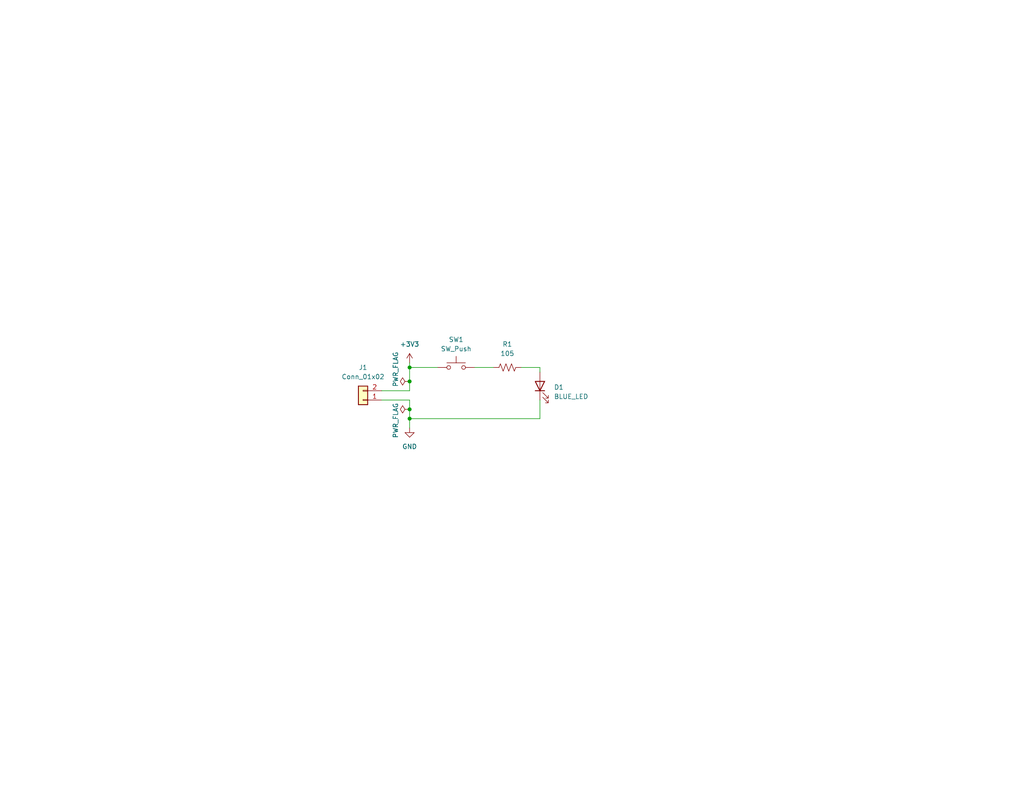
<source format=kicad_sch>
(kicad_sch (version 20231120) (generator "eeschema") (generator_version "8.0")
  (paper "USLetter")
  (title_block (title "LED Circuit") (date "2024-03-01") (rev "0.0") (company "Illini Solar Car") (comment 1 "Designed By: Jonah Sills"))
  (lib_symbols
    (symbol "Connector_Generic:Conn_01x02" (pin_names (offset 1.016) hide)
      (property "Reference" "J" (at 0 2.54 0))
      (property "Value" "Conn_01x02" (at 0 -5.08 0))
      (symbol "Conn_01x02_1_1"
        (rectangle (start -1.27 -2.413) (end 0 -2.667) (stroke (width 0.1524)))
        (rectangle (start -1.27 0.127) (end 0 -0.127) (stroke (width 0.1524)))
        (rectangle (start -1.27 1.27) (end 1.27 -3.81) (stroke (width 0.254)) (fill (type background)))
        (pin passive line (at -5.08 0 0) (length 3.81) (name "Pin_1") (number "1"))
        (pin passive line (at -5.08 -2.54 0) (length 3.81) (name "Pin_2") (number "2"))
      )
    )
    (symbol "Device:LED" (pin_numbers hide) (pin_names (offset 1.016) hide)
      (property "Reference" "D" (at 0 2.54 0))
      (property "Value" "LED" (at 0 -2.54 0))
      (symbol "LED_0_1"
        (polyline (pts (xy -1.27 -1.27) (xy -1.27 1.27)) (stroke (width 0.254)))
        (polyline (pts (xy -1.27 0) (xy 1.27 0)))
        (polyline (pts (xy 1.27 -1.27) (xy 1.27 1.27) (xy -1.27 0) (xy 1.27 -1.27)) (stroke (width 0.254)))
        (polyline (pts (xy -3.048 -0.762) (xy -4.572 -2.286) (xy -3.81 -2.286) (xy -4.572 -2.286) (xy -4.572 -1.524)))
        (polyline (pts (xy -1.778 -0.762) (xy -3.302 -2.286) (xy -2.54 -2.286) (xy -3.302 -2.286) (xy -3.302 -1.524)))
      )
      (symbol "LED_1_1"
        (pin passive line (at -3.81 0 0) (length 2.54) (name "K") (number "1"))
        (pin passive line (at 3.81 0 180) (length 2.54) (name "A") (number "2"))
      )
    )
    (symbol "Switch:SW_Push" (pin_numbers hide) (pin_names (offset 1.016) hide)
      (property "Reference" "SW" (at 1.27 2.54 0))
      (property "Value" "SW_Push" (at 0 -1.524 0))
      (symbol "SW_Push_0_1"
        (circle (center -2.032 0) (radius 0.508))
        (polyline (pts (xy 0 1.27) (xy 0 3.048)))
        (polyline (pts (xy 2.54 1.27) (xy -2.54 1.27)))
        (circle (center 2.032 0) (radius 0.508))
        (pin passive line (at -5.08 0 0) (length 2.54) (name "1") (number "1"))
        (pin passive line (at 5.08 0 180) (length 2.54) (name "2") (number "2"))
      )
    )
    (symbol "device:R_US" (pin_numbers hide) (pin_names (offset 0))
      (property "Reference" "R" (at 2.54 0 90))
      (property "Value" "R_US" (at -2.54 0 90))
      (symbol "R_US_0_1"
        (polyline (pts (xy 0 -2.286) (xy 0 -2.54)))
        (polyline (pts (xy 0 2.286) (xy 0 2.54)))
        (polyline (pts (xy 0 -0.762) (xy 1.016 -1.143) (xy 0 -1.524) (xy -1.016 -1.905) (xy 0 -2.286)))
        (polyline (pts (xy 0 0.762) (xy 1.016 0.381) (xy 0 0) (xy -1.016 -0.381) (xy 0 -0.762)))
        (polyline (pts (xy 0 2.286) (xy 1.016 1.905) (xy 0 1.524) (xy -1.016 1.143) (xy 0 0.762)))
      )
      (symbol "R_US_1_1"
        (pin passive line (at 0 3.81 270) (length 1.27) (name "~") (number "1"))
        (pin passive line (at 0 -3.81 90) (length 1.27) (name "~") (number "2"))
      )
    )
    (symbol "power:+3V3" (power) (pin_names (offset 0))
      (property "Value" "+3V3" (at 0 3.556 0))
      (symbol "+3V3_0_1"
        (polyline (pts (xy -0.762 1.27) (xy 0 2.54)))
        (polyline (pts (xy 0 0) (xy 0 2.54)))
        (polyline (pts (xy 0 2.54) (xy 0.762 1.27)))
      )
      (symbol "+3V3_1_1"
        (pin power_in line (at 0 0 90) (length 0) hide (name "+3V3") (number "1"))
      )
    )
    (symbol "power:GND" (power) (pin_names (offset 0))
      (property "Value" "GND" (at 0 -3.81 0))
      (symbol "GND_0_1"
        (polyline (pts (xy 0 0) (xy 0 -1.27) (xy 1.27 -1.27) (xy 0 -2.54) (xy -1.27 -1.27) (xy 0 -1.27)))
      )
      (symbol "GND_1_1"
        (pin power_in line (at 0 0 270) (length 0) hide (name "GND") (number "1"))
      )
    )
    (symbol "power:PWR_FLAG" (power) (pin_numbers hide) (pin_names (offset 0) hide)
      (property "Value" "PWR_FLAG" (at 0 3.81 0))
      (symbol "PWR_FLAG_0_0"
        (pin power_out line (at 0 0 90) (length 0) (name "pwr") (number "1"))
      )
      (symbol "PWR_FLAG_0_1"
        (polyline (pts (xy 0 0) (xy 0 1.27) (xy -1.016 1.905) (xy 0 2.54) (xy 1.016 1.905) (xy 0 1.27)))
      )
    )
  )
  (junction (at 111.76 111.76))
  (junction (at 111.76 114.3))
  (junction (at 111.76 100.33))
  (junction (at 111.76 104.14))
  (wire (pts (xy 147.32 100.33) (xy 147.32 101.6)))
  (wire (pts (xy 111.76 109.22) (xy 111.76 111.76)))
  (wire (pts (xy 104.14 106.68) (xy 111.76 106.68)))
  (wire (pts (xy 147.32 114.3) (xy 147.32 109.22)))
  (wire (pts (xy 111.76 111.76) (xy 111.76 114.3)))
  (wire (pts (xy 111.76 106.68) (xy 111.76 104.14)))
  (wire (pts (xy 142.24 100.33) (xy 147.32 100.33)))
  (wire (pts (xy 129.54 100.33) (xy 134.62 100.33)))
  (wire (pts (xy 111.76 114.3) (xy 147.32 114.3)))
  (wire (pts (xy 104.14 109.22) (xy 111.76 109.22)))
  (wire (pts (xy 111.76 100.33) (xy 119.38 100.33)))
  (wire (pts (xy 111.76 114.3) (xy 111.76 116.84)))
  (wire (pts (xy 111.76 100.33) (xy 111.76 99.06)))
  (wire (pts (xy 111.76 104.14) (xy 111.76 100.33)))
  (symbol (lib_id "Device:LED") (at 147.32 105.41 90) (unit 1)
    (property "Reference" "D1" (at 151.13 105.7274 90) (effects (justify right)))
    (property "Value" "BLUE_LED" (at 151.13 108.2674 90) (effects (justify right)))
    (property "Footprint" "layout:LED_0603_Symbol_on_F.SilkS" (effects (hide yes)))
    (property "Description" "Light emitting diode" (effects (hide yes)))
  )
  (symbol (lib_id "Switch:SW_Push") (at 124.46 100.33 0) (unit 1)
    (property "Reference" "SW1" (at 124.46 92.71 0))
    (property "Value" "SW_Push" (at 124.46 95.25 0))
    (property "Footprint" "Button_Switch_SMD:SW_DIP_SPSTx01_Slide_6.7x4.1mm_W6.73mm_P2.54mm_LowProfile_JPin" (effects (hide yes)))
    (property "Datasheet" "https://www.te.com/usa-en/product-1825910-6.datasheet.pdf" (effects (hide yes)))
    (property "Description" "Push button switch, generic, two pins" (effects (hide yes)))
    (property "MPN" "1825910-6" (effects (hide yes)))
  )
  (symbol (lib_id "Connector_Generic:Conn_01x02") (at 99.06 109.22 180) (unit 1)
    (property "Reference" "J1" (at 99.06 100.33 0))
    (property "Value" "Conn_01x02" (at 99.06 102.87 0))
    (property "Footprint" "Connector_Molex:Molex_KK-254_AE-6410-02A_1x02_P2.54mm_Vertical" (effects (hide yes)))
    (property "Datasheet" "https://tools.molex.com/pdm_docs/sd/022272021_sd.pdf" (effects (hide yes)))
    (property "Description" "Generic connector, single row, 01x02, script generated (kicad-library-utils/schlib/autogen/connector/)" (effects (hide yes)))
    (property "MPN" "022272021" (effects (hide yes)))
  )
  (symbol (lib_id "power:PWR_FLAG") (at 111.76 111.76 90) (unit 1)
    (property "Reference" "#FLG02" (effects (hide yes)))
    (property "Value" "PWR_FLAG" (at 107.95 119.634 0) (effects (justify left)))
    (property "Description" "Special symbol for telling ERC where power comes from" (effects (hide yes)))
  )
  (symbol (lib_id "power:GND") (at 111.76 116.84 0) (unit 1)
    (property "Reference" "#PWR02" (effects (hide yes)))
    (property "Value" "GND" (at 111.76 121.92 0))
    (property "Description" "Power symbol creates a global label with name \"GND\" , ground" (effects (hide yes)))
  )
  (symbol (lib_id "power:+3V3") (at 111.76 99.06 0) (unit 1)
    (property "Reference" "#PWR01" (effects (hide yes)))
    (property "Value" "+3V3" (at 111.76 93.98 0))
    (property "Description" "Power symbol creates a global label with name \"+3V3\"" (effects (hide yes)))
  )
  (symbol (lib_id "power:PWR_FLAG") (at 111.76 104.14 90) (unit 1)
    (property "Reference" "#FLG01" (effects (hide yes)))
    (property "Value" "PWR_FLAG" (at 107.95 105.664 0) (effects (justify left)))
    (property "Description" "Special symbol for telling ERC where power comes from" (effects (hide yes)))
  )
  (symbol (lib_id "device:R_US") (at 138.43 100.33 90) (unit 1)
    (property "Reference" "R1" (at 138.43 93.98 90))
    (property "Value" "105" (at 138.43 96.52 90))
    (property "Footprint" "Resistor_SMD:R_0603_1608Metric_Pad0.98x0.95mm_HandSolder" (effects (hide yes)))
    (property "Description" "Resistor, US symbol" (effects (hide yes)))
  )
)
</source>
